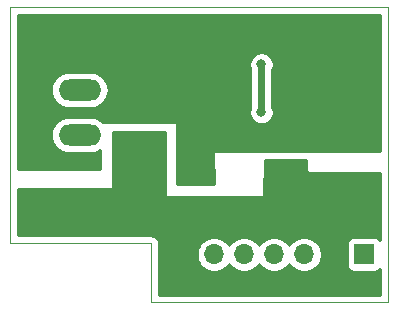
<source format=gbr>
%TF.GenerationSoftware,KiCad,Pcbnew,(5.1.8-0-10_14)*%
%TF.CreationDate,2020-11-27T12:30:10+01:00*%
%TF.ProjectId,FET_Driver,4645545f-4472-4697-9665-722e6b696361,rev?*%
%TF.SameCoordinates,Original*%
%TF.FileFunction,Copper,L2,Bot*%
%TF.FilePolarity,Positive*%
%FSLAX46Y46*%
G04 Gerber Fmt 4.6, Leading zero omitted, Abs format (unit mm)*
G04 Created by KiCad (PCBNEW (5.1.8-0-10_14)) date 2020-11-27 12:30:10*
%MOMM*%
%LPD*%
G01*
G04 APERTURE LIST*
%TA.AperFunction,Profile*%
%ADD10C,0.050000*%
%TD*%
%TA.AperFunction,ComponentPad*%
%ADD11O,1.700000X1.700000*%
%TD*%
%TA.AperFunction,ComponentPad*%
%ADD12R,1.700000X1.700000*%
%TD*%
%TA.AperFunction,ComponentPad*%
%ADD13O,3.600000X1.800000*%
%TD*%
%TA.AperFunction,ViaPad*%
%ADD14C,0.800000*%
%TD*%
%TA.AperFunction,Conductor*%
%ADD15C,0.600000*%
%TD*%
%TA.AperFunction,Conductor*%
%ADD16C,0.254000*%
%TD*%
%TA.AperFunction,Conductor*%
%ADD17C,0.100000*%
%TD*%
G04 APERTURE END LIST*
D10*
X140000000Y-68000000D02*
X140000000Y-73000000D01*
X108000000Y-68000000D02*
X140000000Y-68000000D01*
X108000000Y-73000000D02*
X108000000Y-68000000D01*
X120000000Y-88000000D02*
X108000000Y-88000000D01*
X120000000Y-93000000D02*
X120000000Y-88000000D01*
X108000000Y-73000000D02*
X108000000Y-88000000D01*
X140000000Y-93000000D02*
X140000000Y-73000000D01*
X120000000Y-93000000D02*
X140000000Y-93000000D01*
D11*
%TO.P,J101,7*%
%TO.N,GND*%
X122760000Y-88950000D03*
%TO.P,J101,6*%
%TO.N,/Sense*%
X125300000Y-88950000D03*
%TO.P,J101,5*%
%TO.N,N/C*%
X127840000Y-88950000D03*
%TO.P,J101,4*%
%TO.N,/VIN*%
X130380000Y-88950000D03*
%TO.P,J101,3*%
%TO.N,/GPIO*%
X132920000Y-88950000D03*
%TO.P,J101,2*%
%TO.N,GND*%
X135460000Y-88950000D03*
D12*
%TO.P,J101,1*%
%TO.N,N/C*%
X138000000Y-88950000D03*
%TD*%
D13*
%TO.P,J102,3*%
%TO.N,/ISO_VIN*%
X113920000Y-78830000D03*
%TO.P,J102,2*%
%TO.N,/ISO_OUT*%
X113920000Y-75020000D03*
%TO.P,J102,1*%
%TO.N,/ISO_GND*%
%TA.AperFunction,ComponentPad*%
G36*
G01*
X112370000Y-70310000D02*
X115470000Y-70310000D01*
G75*
G02*
X115720000Y-70560000I0J-250000D01*
G01*
X115720000Y-71860000D01*
G75*
G02*
X115470000Y-72110000I-250000J0D01*
G01*
X112370000Y-72110000D01*
G75*
G02*
X112120000Y-71860000I0J250000D01*
G01*
X112120000Y-70560000D01*
G75*
G02*
X112370000Y-70310000I250000J0D01*
G01*
G37*
%TD.AperFunction*%
%TD*%
D14*
%TO.N,GND*%
X133250000Y-84550000D03*
X124650000Y-86800000D03*
X117470000Y-83700000D03*
X132450000Y-81540000D03*
%TO.N,/ISO_GND*%
X124750000Y-80400000D03*
X117190000Y-69860000D03*
%TO.N,Net-(R101-Pad2)*%
X129300000Y-76900000D03*
X129300000Y-72850000D03*
%TD*%
D15*
%TO.N,Net-(R101-Pad2)*%
X129300000Y-76900000D02*
X129300000Y-72850000D01*
%TD*%
D16*
%TO.N,GND*%
X121113007Y-83978622D02*
X121115179Y-84003424D01*
X121122147Y-84027325D01*
X121133644Y-84049408D01*
X121149228Y-84068823D01*
X121168301Y-84084825D01*
X121190129Y-84096799D01*
X121213874Y-84104284D01*
X121240000Y-84107000D01*
X129440000Y-84107000D01*
X129464776Y-84104560D01*
X129488601Y-84097333D01*
X129510557Y-84085597D01*
X129529803Y-84069803D01*
X129545597Y-84050557D01*
X129557333Y-84028601D01*
X129564560Y-84004776D01*
X129566977Y-83982396D01*
X129624626Y-80927000D01*
X133123000Y-80927000D01*
X133123000Y-81900000D01*
X133125440Y-81924776D01*
X133132667Y-81948601D01*
X133144403Y-81970557D01*
X133160197Y-81989803D01*
X133179443Y-82005597D01*
X133201399Y-82017333D01*
X133225224Y-82024560D01*
X133250000Y-82027000D01*
X139340000Y-82027000D01*
X139340000Y-87696112D01*
X139301185Y-87648815D01*
X139204494Y-87569463D01*
X139094180Y-87510498D01*
X138974482Y-87474188D01*
X138850000Y-87461928D01*
X137150000Y-87461928D01*
X137025518Y-87474188D01*
X136905820Y-87510498D01*
X136795506Y-87569463D01*
X136698815Y-87648815D01*
X136619463Y-87745506D01*
X136560498Y-87855820D01*
X136524188Y-87975518D01*
X136511928Y-88100000D01*
X136511928Y-89800000D01*
X136524188Y-89924482D01*
X136560498Y-90044180D01*
X136619463Y-90154494D01*
X136698815Y-90251185D01*
X136795506Y-90330537D01*
X136905820Y-90389502D01*
X137025518Y-90425812D01*
X137150000Y-90438072D01*
X138850000Y-90438072D01*
X138974482Y-90425812D01*
X139094180Y-90389502D01*
X139204494Y-90330537D01*
X139301185Y-90251185D01*
X139340000Y-90203888D01*
X139340000Y-92340000D01*
X120660000Y-92340000D01*
X120660000Y-88803740D01*
X123815000Y-88803740D01*
X123815000Y-89096260D01*
X123872068Y-89383158D01*
X123984010Y-89653411D01*
X124146525Y-89896632D01*
X124353368Y-90103475D01*
X124596589Y-90265990D01*
X124866842Y-90377932D01*
X125153740Y-90435000D01*
X125446260Y-90435000D01*
X125733158Y-90377932D01*
X126003411Y-90265990D01*
X126246632Y-90103475D01*
X126453475Y-89896632D01*
X126570000Y-89722240D01*
X126686525Y-89896632D01*
X126893368Y-90103475D01*
X127136589Y-90265990D01*
X127406842Y-90377932D01*
X127693740Y-90435000D01*
X127986260Y-90435000D01*
X128273158Y-90377932D01*
X128543411Y-90265990D01*
X128786632Y-90103475D01*
X128993475Y-89896632D01*
X129110000Y-89722240D01*
X129226525Y-89896632D01*
X129433368Y-90103475D01*
X129676589Y-90265990D01*
X129946842Y-90377932D01*
X130233740Y-90435000D01*
X130526260Y-90435000D01*
X130813158Y-90377932D01*
X131083411Y-90265990D01*
X131326632Y-90103475D01*
X131533475Y-89896632D01*
X131650000Y-89722240D01*
X131766525Y-89896632D01*
X131973368Y-90103475D01*
X132216589Y-90265990D01*
X132486842Y-90377932D01*
X132773740Y-90435000D01*
X133066260Y-90435000D01*
X133353158Y-90377932D01*
X133623411Y-90265990D01*
X133866632Y-90103475D01*
X134073475Y-89896632D01*
X134235990Y-89653411D01*
X134347932Y-89383158D01*
X134405000Y-89096260D01*
X134405000Y-88803740D01*
X134347932Y-88516842D01*
X134235990Y-88246589D01*
X134073475Y-88003368D01*
X133866632Y-87796525D01*
X133623411Y-87634010D01*
X133353158Y-87522068D01*
X133066260Y-87465000D01*
X132773740Y-87465000D01*
X132486842Y-87522068D01*
X132216589Y-87634010D01*
X131973368Y-87796525D01*
X131766525Y-88003368D01*
X131650000Y-88177760D01*
X131533475Y-88003368D01*
X131326632Y-87796525D01*
X131083411Y-87634010D01*
X130813158Y-87522068D01*
X130526260Y-87465000D01*
X130233740Y-87465000D01*
X129946842Y-87522068D01*
X129676589Y-87634010D01*
X129433368Y-87796525D01*
X129226525Y-88003368D01*
X129110000Y-88177760D01*
X128993475Y-88003368D01*
X128786632Y-87796525D01*
X128543411Y-87634010D01*
X128273158Y-87522068D01*
X127986260Y-87465000D01*
X127693740Y-87465000D01*
X127406842Y-87522068D01*
X127136589Y-87634010D01*
X126893368Y-87796525D01*
X126686525Y-88003368D01*
X126570000Y-88177760D01*
X126453475Y-88003368D01*
X126246632Y-87796525D01*
X126003411Y-87634010D01*
X125733158Y-87522068D01*
X125446260Y-87465000D01*
X125153740Y-87465000D01*
X124866842Y-87522068D01*
X124596589Y-87634010D01*
X124353368Y-87796525D01*
X124146525Y-88003368D01*
X123984010Y-88246589D01*
X123872068Y-88516842D01*
X123815000Y-88803740D01*
X120660000Y-88803740D01*
X120660000Y-88032419D01*
X120663193Y-88000000D01*
X120650450Y-87870617D01*
X120612710Y-87746207D01*
X120551425Y-87631550D01*
X120468948Y-87531052D01*
X120368450Y-87448575D01*
X120253793Y-87387290D01*
X120129383Y-87349550D01*
X120032419Y-87340000D01*
X120000000Y-87336807D01*
X119967581Y-87340000D01*
X108660000Y-87340000D01*
X108660000Y-83377000D01*
X116600000Y-83377000D01*
X116624776Y-83374560D01*
X116648601Y-83367333D01*
X116670557Y-83355597D01*
X116689803Y-83339803D01*
X116705597Y-83320557D01*
X116717333Y-83298601D01*
X116724560Y-83274776D01*
X116727000Y-83250000D01*
X116727000Y-78577000D01*
X121171614Y-78577000D01*
X121113007Y-83978622D01*
%TA.AperFunction,Conductor*%
D17*
G36*
X121113007Y-83978622D02*
G01*
X121115179Y-84003424D01*
X121122147Y-84027325D01*
X121133644Y-84049408D01*
X121149228Y-84068823D01*
X121168301Y-84084825D01*
X121190129Y-84096799D01*
X121213874Y-84104284D01*
X121240000Y-84107000D01*
X129440000Y-84107000D01*
X129464776Y-84104560D01*
X129488601Y-84097333D01*
X129510557Y-84085597D01*
X129529803Y-84069803D01*
X129545597Y-84050557D01*
X129557333Y-84028601D01*
X129564560Y-84004776D01*
X129566977Y-83982396D01*
X129624626Y-80927000D01*
X133123000Y-80927000D01*
X133123000Y-81900000D01*
X133125440Y-81924776D01*
X133132667Y-81948601D01*
X133144403Y-81970557D01*
X133160197Y-81989803D01*
X133179443Y-82005597D01*
X133201399Y-82017333D01*
X133225224Y-82024560D01*
X133250000Y-82027000D01*
X139340000Y-82027000D01*
X139340000Y-87696112D01*
X139301185Y-87648815D01*
X139204494Y-87569463D01*
X139094180Y-87510498D01*
X138974482Y-87474188D01*
X138850000Y-87461928D01*
X137150000Y-87461928D01*
X137025518Y-87474188D01*
X136905820Y-87510498D01*
X136795506Y-87569463D01*
X136698815Y-87648815D01*
X136619463Y-87745506D01*
X136560498Y-87855820D01*
X136524188Y-87975518D01*
X136511928Y-88100000D01*
X136511928Y-89800000D01*
X136524188Y-89924482D01*
X136560498Y-90044180D01*
X136619463Y-90154494D01*
X136698815Y-90251185D01*
X136795506Y-90330537D01*
X136905820Y-90389502D01*
X137025518Y-90425812D01*
X137150000Y-90438072D01*
X138850000Y-90438072D01*
X138974482Y-90425812D01*
X139094180Y-90389502D01*
X139204494Y-90330537D01*
X139301185Y-90251185D01*
X139340000Y-90203888D01*
X139340000Y-92340000D01*
X120660000Y-92340000D01*
X120660000Y-88803740D01*
X123815000Y-88803740D01*
X123815000Y-89096260D01*
X123872068Y-89383158D01*
X123984010Y-89653411D01*
X124146525Y-89896632D01*
X124353368Y-90103475D01*
X124596589Y-90265990D01*
X124866842Y-90377932D01*
X125153740Y-90435000D01*
X125446260Y-90435000D01*
X125733158Y-90377932D01*
X126003411Y-90265990D01*
X126246632Y-90103475D01*
X126453475Y-89896632D01*
X126570000Y-89722240D01*
X126686525Y-89896632D01*
X126893368Y-90103475D01*
X127136589Y-90265990D01*
X127406842Y-90377932D01*
X127693740Y-90435000D01*
X127986260Y-90435000D01*
X128273158Y-90377932D01*
X128543411Y-90265990D01*
X128786632Y-90103475D01*
X128993475Y-89896632D01*
X129110000Y-89722240D01*
X129226525Y-89896632D01*
X129433368Y-90103475D01*
X129676589Y-90265990D01*
X129946842Y-90377932D01*
X130233740Y-90435000D01*
X130526260Y-90435000D01*
X130813158Y-90377932D01*
X131083411Y-90265990D01*
X131326632Y-90103475D01*
X131533475Y-89896632D01*
X131650000Y-89722240D01*
X131766525Y-89896632D01*
X131973368Y-90103475D01*
X132216589Y-90265990D01*
X132486842Y-90377932D01*
X132773740Y-90435000D01*
X133066260Y-90435000D01*
X133353158Y-90377932D01*
X133623411Y-90265990D01*
X133866632Y-90103475D01*
X134073475Y-89896632D01*
X134235990Y-89653411D01*
X134347932Y-89383158D01*
X134405000Y-89096260D01*
X134405000Y-88803740D01*
X134347932Y-88516842D01*
X134235990Y-88246589D01*
X134073475Y-88003368D01*
X133866632Y-87796525D01*
X133623411Y-87634010D01*
X133353158Y-87522068D01*
X133066260Y-87465000D01*
X132773740Y-87465000D01*
X132486842Y-87522068D01*
X132216589Y-87634010D01*
X131973368Y-87796525D01*
X131766525Y-88003368D01*
X131650000Y-88177760D01*
X131533475Y-88003368D01*
X131326632Y-87796525D01*
X131083411Y-87634010D01*
X130813158Y-87522068D01*
X130526260Y-87465000D01*
X130233740Y-87465000D01*
X129946842Y-87522068D01*
X129676589Y-87634010D01*
X129433368Y-87796525D01*
X129226525Y-88003368D01*
X129110000Y-88177760D01*
X128993475Y-88003368D01*
X128786632Y-87796525D01*
X128543411Y-87634010D01*
X128273158Y-87522068D01*
X127986260Y-87465000D01*
X127693740Y-87465000D01*
X127406842Y-87522068D01*
X127136589Y-87634010D01*
X126893368Y-87796525D01*
X126686525Y-88003368D01*
X126570000Y-88177760D01*
X126453475Y-88003368D01*
X126246632Y-87796525D01*
X126003411Y-87634010D01*
X125733158Y-87522068D01*
X125446260Y-87465000D01*
X125153740Y-87465000D01*
X124866842Y-87522068D01*
X124596589Y-87634010D01*
X124353368Y-87796525D01*
X124146525Y-88003368D01*
X123984010Y-88246589D01*
X123872068Y-88516842D01*
X123815000Y-88803740D01*
X120660000Y-88803740D01*
X120660000Y-88032419D01*
X120663193Y-88000000D01*
X120650450Y-87870617D01*
X120612710Y-87746207D01*
X120551425Y-87631550D01*
X120468948Y-87531052D01*
X120368450Y-87448575D01*
X120253793Y-87387290D01*
X120129383Y-87349550D01*
X120032419Y-87340000D01*
X120000000Y-87336807D01*
X119967581Y-87340000D01*
X108660000Y-87340000D01*
X108660000Y-83377000D01*
X116600000Y-83377000D01*
X116624776Y-83374560D01*
X116648601Y-83367333D01*
X116670557Y-83355597D01*
X116689803Y-83339803D01*
X116705597Y-83320557D01*
X116717333Y-83298601D01*
X116724560Y-83274776D01*
X116727000Y-83250000D01*
X116727000Y-78577000D01*
X121171614Y-78577000D01*
X121113007Y-83978622D01*
G37*
%TD.AperFunction*%
%TD*%
D16*
%TO.N,/ISO_GND*%
X139340001Y-72967581D02*
X139340001Y-80153000D01*
X125295000Y-80153000D01*
X125270224Y-80155440D01*
X125246399Y-80162667D01*
X125224443Y-80174403D01*
X125205197Y-80190197D01*
X125189403Y-80209443D01*
X125177667Y-80231399D01*
X125170440Y-80255224D01*
X125168066Y-80284095D01*
X125253837Y-82943000D01*
X122160987Y-82943000D01*
X122120375Y-77873983D01*
X122117736Y-77849226D01*
X122110319Y-77825461D01*
X122098407Y-77803599D01*
X122082459Y-77784481D01*
X122063088Y-77768841D01*
X122041038Y-77757282D01*
X122017157Y-77750246D01*
X121993891Y-77748001D01*
X115891231Y-77723394D01*
X115676927Y-77547519D01*
X115410261Y-77404983D01*
X115120913Y-77317210D01*
X114895408Y-77295000D01*
X112944592Y-77295000D01*
X112719087Y-77317210D01*
X112429739Y-77404983D01*
X112163073Y-77547519D01*
X111929339Y-77739339D01*
X111737519Y-77973073D01*
X111594983Y-78239739D01*
X111507210Y-78529087D01*
X111477573Y-78830000D01*
X111507210Y-79130913D01*
X111594983Y-79420261D01*
X111737519Y-79686927D01*
X111929339Y-79920661D01*
X112163073Y-80112481D01*
X112429739Y-80255017D01*
X112719087Y-80342790D01*
X112944592Y-80365000D01*
X114895408Y-80365000D01*
X115120913Y-80342790D01*
X115410261Y-80255017D01*
X115666379Y-80118119D01*
X115666379Y-81673000D01*
X108660000Y-81673000D01*
X108660000Y-75020000D01*
X111477573Y-75020000D01*
X111507210Y-75320913D01*
X111594983Y-75610261D01*
X111737519Y-75876927D01*
X111929339Y-76110661D01*
X112163073Y-76302481D01*
X112429739Y-76445017D01*
X112719087Y-76532790D01*
X112944592Y-76555000D01*
X114895408Y-76555000D01*
X115120913Y-76532790D01*
X115410261Y-76445017D01*
X115676927Y-76302481D01*
X115910661Y-76110661D01*
X116102481Y-75876927D01*
X116245017Y-75610261D01*
X116332790Y-75320913D01*
X116362427Y-75020000D01*
X116332790Y-74719087D01*
X116245017Y-74429739D01*
X116102481Y-74163073D01*
X115910661Y-73929339D01*
X115676927Y-73737519D01*
X115410261Y-73594983D01*
X115120913Y-73507210D01*
X114895408Y-73485000D01*
X112944592Y-73485000D01*
X112719087Y-73507210D01*
X112429739Y-73594983D01*
X112163073Y-73737519D01*
X111929339Y-73929339D01*
X111737519Y-74163073D01*
X111594983Y-74429739D01*
X111507210Y-74719087D01*
X111477573Y-75020000D01*
X108660000Y-75020000D01*
X108660000Y-72748061D01*
X128265000Y-72748061D01*
X128265000Y-72951939D01*
X128304774Y-73151898D01*
X128365001Y-73297298D01*
X128365000Y-76452704D01*
X128304774Y-76598102D01*
X128265000Y-76798061D01*
X128265000Y-77001939D01*
X128304774Y-77201898D01*
X128382795Y-77390256D01*
X128496063Y-77559774D01*
X128640226Y-77703937D01*
X128809744Y-77817205D01*
X128998102Y-77895226D01*
X129198061Y-77935000D01*
X129401939Y-77935000D01*
X129601898Y-77895226D01*
X129790256Y-77817205D01*
X129959774Y-77703937D01*
X130103937Y-77559774D01*
X130217205Y-77390256D01*
X130295226Y-77201898D01*
X130335000Y-77001939D01*
X130335000Y-76798061D01*
X130295226Y-76598102D01*
X130235000Y-76452705D01*
X130235000Y-73297295D01*
X130295226Y-73151898D01*
X130335000Y-72951939D01*
X130335000Y-72748061D01*
X130295226Y-72548102D01*
X130217205Y-72359744D01*
X130103937Y-72190226D01*
X129959774Y-72046063D01*
X129790256Y-71932795D01*
X129601898Y-71854774D01*
X129401939Y-71815000D01*
X129198061Y-71815000D01*
X128998102Y-71854774D01*
X128809744Y-71932795D01*
X128640226Y-72046063D01*
X128496063Y-72190226D01*
X128382795Y-72359744D01*
X128304774Y-72548102D01*
X128265000Y-72748061D01*
X108660000Y-72748061D01*
X108660000Y-68660000D01*
X139340000Y-68660000D01*
X139340001Y-72967581D01*
%TA.AperFunction,Conductor*%
D17*
G36*
X139340001Y-72967581D02*
G01*
X139340001Y-80153000D01*
X125295000Y-80153000D01*
X125270224Y-80155440D01*
X125246399Y-80162667D01*
X125224443Y-80174403D01*
X125205197Y-80190197D01*
X125189403Y-80209443D01*
X125177667Y-80231399D01*
X125170440Y-80255224D01*
X125168066Y-80284095D01*
X125253837Y-82943000D01*
X122160987Y-82943000D01*
X122120375Y-77873983D01*
X122117736Y-77849226D01*
X122110319Y-77825461D01*
X122098407Y-77803599D01*
X122082459Y-77784481D01*
X122063088Y-77768841D01*
X122041038Y-77757282D01*
X122017157Y-77750246D01*
X121993891Y-77748001D01*
X115891231Y-77723394D01*
X115676927Y-77547519D01*
X115410261Y-77404983D01*
X115120913Y-77317210D01*
X114895408Y-77295000D01*
X112944592Y-77295000D01*
X112719087Y-77317210D01*
X112429739Y-77404983D01*
X112163073Y-77547519D01*
X111929339Y-77739339D01*
X111737519Y-77973073D01*
X111594983Y-78239739D01*
X111507210Y-78529087D01*
X111477573Y-78830000D01*
X111507210Y-79130913D01*
X111594983Y-79420261D01*
X111737519Y-79686927D01*
X111929339Y-79920661D01*
X112163073Y-80112481D01*
X112429739Y-80255017D01*
X112719087Y-80342790D01*
X112944592Y-80365000D01*
X114895408Y-80365000D01*
X115120913Y-80342790D01*
X115410261Y-80255017D01*
X115666379Y-80118119D01*
X115666379Y-81673000D01*
X108660000Y-81673000D01*
X108660000Y-75020000D01*
X111477573Y-75020000D01*
X111507210Y-75320913D01*
X111594983Y-75610261D01*
X111737519Y-75876927D01*
X111929339Y-76110661D01*
X112163073Y-76302481D01*
X112429739Y-76445017D01*
X112719087Y-76532790D01*
X112944592Y-76555000D01*
X114895408Y-76555000D01*
X115120913Y-76532790D01*
X115410261Y-76445017D01*
X115676927Y-76302481D01*
X115910661Y-76110661D01*
X116102481Y-75876927D01*
X116245017Y-75610261D01*
X116332790Y-75320913D01*
X116362427Y-75020000D01*
X116332790Y-74719087D01*
X116245017Y-74429739D01*
X116102481Y-74163073D01*
X115910661Y-73929339D01*
X115676927Y-73737519D01*
X115410261Y-73594983D01*
X115120913Y-73507210D01*
X114895408Y-73485000D01*
X112944592Y-73485000D01*
X112719087Y-73507210D01*
X112429739Y-73594983D01*
X112163073Y-73737519D01*
X111929339Y-73929339D01*
X111737519Y-74163073D01*
X111594983Y-74429739D01*
X111507210Y-74719087D01*
X111477573Y-75020000D01*
X108660000Y-75020000D01*
X108660000Y-72748061D01*
X128265000Y-72748061D01*
X128265000Y-72951939D01*
X128304774Y-73151898D01*
X128365001Y-73297298D01*
X128365000Y-76452704D01*
X128304774Y-76598102D01*
X128265000Y-76798061D01*
X128265000Y-77001939D01*
X128304774Y-77201898D01*
X128382795Y-77390256D01*
X128496063Y-77559774D01*
X128640226Y-77703937D01*
X128809744Y-77817205D01*
X128998102Y-77895226D01*
X129198061Y-77935000D01*
X129401939Y-77935000D01*
X129601898Y-77895226D01*
X129790256Y-77817205D01*
X129959774Y-77703937D01*
X130103937Y-77559774D01*
X130217205Y-77390256D01*
X130295226Y-77201898D01*
X130335000Y-77001939D01*
X130335000Y-76798061D01*
X130295226Y-76598102D01*
X130235000Y-76452705D01*
X130235000Y-73297295D01*
X130295226Y-73151898D01*
X130335000Y-72951939D01*
X130335000Y-72748061D01*
X130295226Y-72548102D01*
X130217205Y-72359744D01*
X130103937Y-72190226D01*
X129959774Y-72046063D01*
X129790256Y-71932795D01*
X129601898Y-71854774D01*
X129401939Y-71815000D01*
X129198061Y-71815000D01*
X128998102Y-71854774D01*
X128809744Y-71932795D01*
X128640226Y-72046063D01*
X128496063Y-72190226D01*
X128382795Y-72359744D01*
X128304774Y-72548102D01*
X128265000Y-72748061D01*
X108660000Y-72748061D01*
X108660000Y-68660000D01*
X139340000Y-68660000D01*
X139340001Y-72967581D01*
G37*
%TD.AperFunction*%
%TD*%
M02*

</source>
